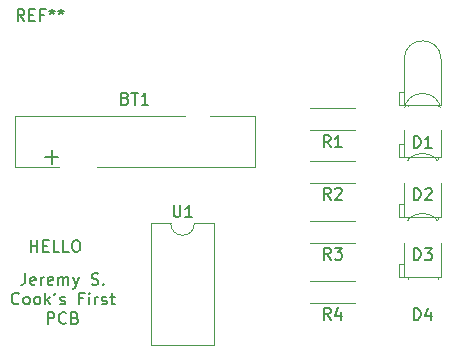
<source format=gto>
G04 #@! TF.GenerationSoftware,KiCad,Pcbnew,(5.1.2)-1*
G04 #@! TF.CreationDate,2019-05-12T20:46:33-04:00*
G04 #@! TF.ProjectId,Demo2,44656d6f-322e-46b6-9963-61645f706362,rev?*
G04 #@! TF.SameCoordinates,PX80fd3d8PY55fe290*
G04 #@! TF.FileFunction,Legend,Top*
G04 #@! TF.FilePolarity,Positive*
%FSLAX46Y46*%
G04 Gerber Fmt 4.6, Leading zero omitted, Abs format (unit mm)*
G04 Created by KiCad (PCBNEW (5.1.2)-1) date 2019-05-12 20:46:33*
%MOMM*%
%LPD*%
G04 APERTURE LIST*
%ADD10C,0.150000*%
%ADD11C,0.120000*%
%ADD12C,2.802000*%
%ADD13C,1.502000*%
%ADD14O,1.502000X1.502000*%
%ADD15R,2.802000X2.802000*%
%ADD16C,1.702000*%
%ADD17R,1.902000X1.902000*%
%ADD18C,1.902000*%
%ADD19R,1.702000X1.702000*%
%ADD20O,1.702000X1.702000*%
G04 APERTURE END LIST*
D10*
X1913333Y9182620D02*
X1913333Y8468334D01*
X1865714Y8325477D01*
X1770476Y8230239D01*
X1627619Y8182620D01*
X1532380Y8182620D01*
X2770476Y8230239D02*
X2675238Y8182620D01*
X2484761Y8182620D01*
X2389523Y8230239D01*
X2341904Y8325477D01*
X2341904Y8706429D01*
X2389523Y8801667D01*
X2484761Y8849286D01*
X2675238Y8849286D01*
X2770476Y8801667D01*
X2818095Y8706429D01*
X2818095Y8611191D01*
X2341904Y8515953D01*
X3246666Y8182620D02*
X3246666Y8849286D01*
X3246666Y8658810D02*
X3294285Y8754048D01*
X3341904Y8801667D01*
X3437142Y8849286D01*
X3532380Y8849286D01*
X4246666Y8230239D02*
X4151428Y8182620D01*
X3960952Y8182620D01*
X3865714Y8230239D01*
X3818095Y8325477D01*
X3818095Y8706429D01*
X3865714Y8801667D01*
X3960952Y8849286D01*
X4151428Y8849286D01*
X4246666Y8801667D01*
X4294285Y8706429D01*
X4294285Y8611191D01*
X3818095Y8515953D01*
X4722857Y8182620D02*
X4722857Y8849286D01*
X4722857Y8754048D02*
X4770476Y8801667D01*
X4865714Y8849286D01*
X5008571Y8849286D01*
X5103809Y8801667D01*
X5151428Y8706429D01*
X5151428Y8182620D01*
X5151428Y8706429D02*
X5199047Y8801667D01*
X5294285Y8849286D01*
X5437142Y8849286D01*
X5532380Y8801667D01*
X5580000Y8706429D01*
X5580000Y8182620D01*
X5960952Y8849286D02*
X6199047Y8182620D01*
X6437142Y8849286D02*
X6199047Y8182620D01*
X6103809Y7944524D01*
X6056190Y7896905D01*
X5960952Y7849286D01*
X7532380Y8230239D02*
X7675238Y8182620D01*
X7913333Y8182620D01*
X8008571Y8230239D01*
X8056190Y8277858D01*
X8103809Y8373096D01*
X8103809Y8468334D01*
X8056190Y8563572D01*
X8008571Y8611191D01*
X7913333Y8658810D01*
X7722857Y8706429D01*
X7627619Y8754048D01*
X7580000Y8801667D01*
X7532380Y8896905D01*
X7532380Y8992143D01*
X7580000Y9087381D01*
X7627619Y9135000D01*
X7722857Y9182620D01*
X7960952Y9182620D01*
X8103809Y9135000D01*
X8532380Y8277858D02*
X8580000Y8230239D01*
X8532380Y8182620D01*
X8484761Y8230239D01*
X8532380Y8277858D01*
X8532380Y8182620D01*
X1389523Y6627858D02*
X1341904Y6580239D01*
X1199047Y6532620D01*
X1103809Y6532620D01*
X960952Y6580239D01*
X865714Y6675477D01*
X818095Y6770715D01*
X770476Y6961191D01*
X770476Y7104048D01*
X818095Y7294524D01*
X865714Y7389762D01*
X960952Y7485000D01*
X1103809Y7532620D01*
X1199047Y7532620D01*
X1341904Y7485000D01*
X1389523Y7437381D01*
X1960952Y6532620D02*
X1865714Y6580239D01*
X1818095Y6627858D01*
X1770476Y6723096D01*
X1770476Y7008810D01*
X1818095Y7104048D01*
X1865714Y7151667D01*
X1960952Y7199286D01*
X2103809Y7199286D01*
X2199047Y7151667D01*
X2246666Y7104048D01*
X2294285Y7008810D01*
X2294285Y6723096D01*
X2246666Y6627858D01*
X2199047Y6580239D01*
X2103809Y6532620D01*
X1960952Y6532620D01*
X2865714Y6532620D02*
X2770476Y6580239D01*
X2722857Y6627858D01*
X2675238Y6723096D01*
X2675238Y7008810D01*
X2722857Y7104048D01*
X2770476Y7151667D01*
X2865714Y7199286D01*
X3008571Y7199286D01*
X3103809Y7151667D01*
X3151428Y7104048D01*
X3199047Y7008810D01*
X3199047Y6723096D01*
X3151428Y6627858D01*
X3103809Y6580239D01*
X3008571Y6532620D01*
X2865714Y6532620D01*
X3627619Y6532620D02*
X3627619Y7532620D01*
X3722857Y6913572D02*
X4008571Y6532620D01*
X4008571Y7199286D02*
X3627619Y6818334D01*
X4484761Y7532620D02*
X4389523Y7342143D01*
X4865714Y6580239D02*
X4960952Y6532620D01*
X5151428Y6532620D01*
X5246666Y6580239D01*
X5294285Y6675477D01*
X5294285Y6723096D01*
X5246666Y6818334D01*
X5151428Y6865953D01*
X5008571Y6865953D01*
X4913333Y6913572D01*
X4865714Y7008810D01*
X4865714Y7056429D01*
X4913333Y7151667D01*
X5008571Y7199286D01*
X5151428Y7199286D01*
X5246666Y7151667D01*
X6818095Y7056429D02*
X6484761Y7056429D01*
X6484761Y6532620D02*
X6484761Y7532620D01*
X6960952Y7532620D01*
X7341904Y6532620D02*
X7341904Y7199286D01*
X7341904Y7532620D02*
X7294285Y7485000D01*
X7341904Y7437381D01*
X7389523Y7485000D01*
X7341904Y7532620D01*
X7341904Y7437381D01*
X7818095Y6532620D02*
X7818095Y7199286D01*
X7818095Y7008810D02*
X7865714Y7104048D01*
X7913333Y7151667D01*
X8008571Y7199286D01*
X8103809Y7199286D01*
X8389523Y6580239D02*
X8484761Y6532620D01*
X8675238Y6532620D01*
X8770476Y6580239D01*
X8818095Y6675477D01*
X8818095Y6723096D01*
X8770476Y6818334D01*
X8675238Y6865953D01*
X8532380Y6865953D01*
X8437142Y6913572D01*
X8389523Y7008810D01*
X8389523Y7056429D01*
X8437142Y7151667D01*
X8532380Y7199286D01*
X8675238Y7199286D01*
X8770476Y7151667D01*
X9103809Y7199286D02*
X9484761Y7199286D01*
X9246666Y7532620D02*
X9246666Y6675477D01*
X9294285Y6580239D01*
X9389523Y6532620D01*
X9484761Y6532620D01*
X3818095Y4882620D02*
X3818095Y5882620D01*
X4199047Y5882620D01*
X4294285Y5835000D01*
X4341904Y5787381D01*
X4389523Y5692143D01*
X4389523Y5549286D01*
X4341904Y5454048D01*
X4294285Y5406429D01*
X4199047Y5358810D01*
X3818095Y5358810D01*
X5389523Y4977858D02*
X5341904Y4930239D01*
X5199047Y4882620D01*
X5103809Y4882620D01*
X4960952Y4930239D01*
X4865714Y5025477D01*
X4818095Y5120715D01*
X4770476Y5311191D01*
X4770476Y5454048D01*
X4818095Y5644524D01*
X4865714Y5739762D01*
X4960952Y5835000D01*
X5103809Y5882620D01*
X5199047Y5882620D01*
X5341904Y5835000D01*
X5389523Y5787381D01*
X6151428Y5406429D02*
X6294285Y5358810D01*
X6341904Y5311191D01*
X6389523Y5215953D01*
X6389523Y5073096D01*
X6341904Y4977858D01*
X6294285Y4930239D01*
X6199047Y4882620D01*
X5818095Y4882620D01*
X5818095Y5882620D01*
X6151428Y5882620D01*
X6246666Y5835000D01*
X6294285Y5787381D01*
X6341904Y5692143D01*
X6341904Y5596905D01*
X6294285Y5501667D01*
X6246666Y5454048D01*
X6151428Y5406429D01*
X5818095Y5406429D01*
X2373571Y10977620D02*
X2373571Y11977620D01*
X2373571Y11501429D02*
X2945000Y11501429D01*
X2945000Y10977620D02*
X2945000Y11977620D01*
X3421190Y11501429D02*
X3754523Y11501429D01*
X3897380Y10977620D02*
X3421190Y10977620D01*
X3421190Y11977620D01*
X3897380Y11977620D01*
X4802142Y10977620D02*
X4325952Y10977620D01*
X4325952Y11977620D01*
X5611666Y10977620D02*
X5135476Y10977620D01*
X5135476Y11977620D01*
X6135476Y11977620D02*
X6325952Y11977620D01*
X6421190Y11930000D01*
X6516428Y11834762D01*
X6564047Y11644286D01*
X6564047Y11310953D01*
X6516428Y11120477D01*
X6421190Y11025239D01*
X6325952Y10977620D01*
X6135476Y10977620D01*
X6040238Y11025239D01*
X5945000Y11120477D01*
X5897380Y11310953D01*
X5897380Y11644286D01*
X5945000Y11834762D01*
X6040238Y11930000D01*
X6135476Y11977620D01*
D11*
X29860000Y21305000D02*
X26020000Y21305000D01*
X29860000Y23145000D02*
X26020000Y23145000D01*
X1015000Y22475000D02*
X15460000Y22475000D01*
X17580000Y22475000D02*
X21335000Y22475000D01*
X21335000Y22475000D02*
X21335000Y18205000D01*
X1015000Y22475000D02*
X1015000Y18205000D01*
X1015000Y18205000D02*
X4740000Y18205000D01*
X7960000Y18205000D02*
X21335000Y18205000D01*
X34000000Y27295000D02*
G75*
G02X37120000Y27295000I1560000J0D01*
G01*
X37120000Y23435000D02*
X37120000Y27295000D01*
X34000000Y23435000D02*
X34000000Y27295000D01*
X37120000Y23435000D02*
X34000000Y23435000D01*
X33600000Y23435000D02*
X33600000Y24555000D01*
X33600000Y24555000D02*
X34000000Y24555000D01*
X34000000Y24555000D02*
X34000000Y23435000D01*
X34000000Y23435000D02*
X33600000Y23435000D01*
X36830000Y23305000D02*
X36830000Y23435000D01*
X36830000Y23435000D02*
X36830000Y23435000D01*
X36830000Y23435000D02*
X36830000Y23305000D01*
X36830000Y23305000D02*
X36830000Y23305000D01*
X34290000Y23305000D02*
X34290000Y23435000D01*
X34290000Y23435000D02*
X34290000Y23435000D01*
X34290000Y23435000D02*
X34290000Y23305000D01*
X34290000Y23305000D02*
X34290000Y23305000D01*
X34290000Y18860000D02*
X34290000Y18860000D01*
X34290000Y18990000D02*
X34290000Y18860000D01*
X34290000Y18990000D02*
X34290000Y18990000D01*
X34290000Y18860000D02*
X34290000Y18990000D01*
X36830000Y18860000D02*
X36830000Y18860000D01*
X36830000Y18990000D02*
X36830000Y18860000D01*
X36830000Y18990000D02*
X36830000Y18990000D01*
X36830000Y18860000D02*
X36830000Y18990000D01*
X34000000Y18990000D02*
X33600000Y18990000D01*
X34000000Y20110000D02*
X34000000Y18990000D01*
X33600000Y20110000D02*
X34000000Y20110000D01*
X33600000Y18990000D02*
X33600000Y20110000D01*
X37120000Y18990000D02*
X34000000Y18990000D01*
X34000000Y18990000D02*
X34000000Y22850000D01*
X37120000Y18990000D02*
X37120000Y22850000D01*
X34000000Y22850000D02*
G75*
G02X37120000Y22850000I1560000J0D01*
G01*
X34000000Y17770000D02*
G75*
G02X37120000Y17770000I1560000J0D01*
G01*
X37120000Y13910000D02*
X37120000Y17770000D01*
X34000000Y13910000D02*
X34000000Y17770000D01*
X37120000Y13910000D02*
X34000000Y13910000D01*
X33600000Y13910000D02*
X33600000Y15030000D01*
X33600000Y15030000D02*
X34000000Y15030000D01*
X34000000Y15030000D02*
X34000000Y13910000D01*
X34000000Y13910000D02*
X33600000Y13910000D01*
X36830000Y13780000D02*
X36830000Y13910000D01*
X36830000Y13910000D02*
X36830000Y13910000D01*
X36830000Y13910000D02*
X36830000Y13780000D01*
X36830000Y13780000D02*
X36830000Y13780000D01*
X34290000Y13780000D02*
X34290000Y13910000D01*
X34290000Y13910000D02*
X34290000Y13910000D01*
X34290000Y13910000D02*
X34290000Y13780000D01*
X34290000Y13780000D02*
X34290000Y13780000D01*
X34290000Y8700000D02*
X34290000Y8700000D01*
X34290000Y8830000D02*
X34290000Y8700000D01*
X34290000Y8830000D02*
X34290000Y8830000D01*
X34290000Y8700000D02*
X34290000Y8830000D01*
X36830000Y8700000D02*
X36830000Y8700000D01*
X36830000Y8830000D02*
X36830000Y8700000D01*
X36830000Y8830000D02*
X36830000Y8830000D01*
X36830000Y8700000D02*
X36830000Y8830000D01*
X34000000Y8830000D02*
X33600000Y8830000D01*
X34000000Y9950000D02*
X34000000Y8830000D01*
X33600000Y9950000D02*
X34000000Y9950000D01*
X33600000Y8830000D02*
X33600000Y9950000D01*
X37120000Y8830000D02*
X34000000Y8830000D01*
X34000000Y8830000D02*
X34000000Y12690000D01*
X37120000Y8830000D02*
X37120000Y12690000D01*
X34000000Y12690000D02*
G75*
G02X37120000Y12690000I1560000J0D01*
G01*
X29860000Y18700000D02*
X26020000Y18700000D01*
X29860000Y16860000D02*
X26020000Y16860000D01*
X29860000Y11780000D02*
X26020000Y11780000D01*
X29860000Y13620000D02*
X26020000Y13620000D01*
X29860000Y8540000D02*
X26020000Y8540000D01*
X29860000Y6700000D02*
X26020000Y6700000D01*
X16240000Y13395000D02*
G75*
G02X14240000Y13395000I-1000000J0D01*
G01*
X14240000Y13395000D02*
X12590000Y13395000D01*
X12590000Y13395000D02*
X12590000Y3115000D01*
X12590000Y3115000D02*
X17890000Y3115000D01*
X17890000Y3115000D02*
X17890000Y13395000D01*
X17890000Y13395000D02*
X16240000Y13395000D01*
D10*
X1841666Y30552620D02*
X1508333Y31028810D01*
X1270238Y30552620D02*
X1270238Y31552620D01*
X1651190Y31552620D01*
X1746428Y31505000D01*
X1794047Y31457381D01*
X1841666Y31362143D01*
X1841666Y31219286D01*
X1794047Y31124048D01*
X1746428Y31076429D01*
X1651190Y31028810D01*
X1270238Y31028810D01*
X2270238Y31076429D02*
X2603571Y31076429D01*
X2746428Y30552620D02*
X2270238Y30552620D01*
X2270238Y31552620D01*
X2746428Y31552620D01*
X3508333Y31076429D02*
X3175000Y31076429D01*
X3175000Y30552620D02*
X3175000Y31552620D01*
X3651190Y31552620D01*
X4175000Y31552620D02*
X4175000Y31314524D01*
X3936904Y31409762D02*
X4175000Y31314524D01*
X4413095Y31409762D01*
X4032142Y31124048D02*
X4175000Y31314524D01*
X4317857Y31124048D01*
X4936904Y31552620D02*
X4936904Y31314524D01*
X4698809Y31409762D02*
X4936904Y31314524D01*
X5175000Y31409762D01*
X4794047Y31124048D02*
X4936904Y31314524D01*
X5079761Y31124048D01*
X27773333Y19852620D02*
X27440000Y20328810D01*
X27201904Y19852620D02*
X27201904Y20852620D01*
X27582857Y20852620D01*
X27678095Y20805000D01*
X27725714Y20757381D01*
X27773333Y20662143D01*
X27773333Y20519286D01*
X27725714Y20424048D01*
X27678095Y20376429D01*
X27582857Y20328810D01*
X27201904Y20328810D01*
X28725714Y19852620D02*
X28154285Y19852620D01*
X28440000Y19852620D02*
X28440000Y20852620D01*
X28344761Y20709762D01*
X28249523Y20614524D01*
X28154285Y20566905D01*
X10389285Y23986429D02*
X10532142Y23938810D01*
X10579761Y23891191D01*
X10627380Y23795953D01*
X10627380Y23653096D01*
X10579761Y23557858D01*
X10532142Y23510239D01*
X10436904Y23462620D01*
X10055952Y23462620D01*
X10055952Y24462620D01*
X10389285Y24462620D01*
X10484523Y24415000D01*
X10532142Y24367381D01*
X10579761Y24272143D01*
X10579761Y24176905D01*
X10532142Y24081667D01*
X10484523Y24034048D01*
X10389285Y23986429D01*
X10055952Y23986429D01*
X10913095Y24462620D02*
X11484523Y24462620D01*
X11198809Y23462620D02*
X11198809Y24462620D01*
X12341666Y23462620D02*
X11770238Y23462620D01*
X12055952Y23462620D02*
X12055952Y24462620D01*
X11960714Y24319762D01*
X11865476Y24224524D01*
X11770238Y24176905D01*
X3578571Y19007858D02*
X4721428Y19007858D01*
X4150000Y18436429D02*
X4150000Y19579286D01*
X34821904Y19812620D02*
X34821904Y20812620D01*
X35060000Y20812620D01*
X35202857Y20765000D01*
X35298095Y20669762D01*
X35345714Y20574524D01*
X35393333Y20384048D01*
X35393333Y20241191D01*
X35345714Y20050715D01*
X35298095Y19955477D01*
X35202857Y19860239D01*
X35060000Y19812620D01*
X34821904Y19812620D01*
X36345714Y19812620D02*
X35774285Y19812620D01*
X36060000Y19812620D02*
X36060000Y20812620D01*
X35964761Y20669762D01*
X35869523Y20574524D01*
X35774285Y20526905D01*
X34821904Y15367620D02*
X34821904Y16367620D01*
X35060000Y16367620D01*
X35202857Y16320000D01*
X35298095Y16224762D01*
X35345714Y16129524D01*
X35393333Y15939048D01*
X35393333Y15796191D01*
X35345714Y15605715D01*
X35298095Y15510477D01*
X35202857Y15415239D01*
X35060000Y15367620D01*
X34821904Y15367620D01*
X35774285Y16272381D02*
X35821904Y16320000D01*
X35917142Y16367620D01*
X36155238Y16367620D01*
X36250476Y16320000D01*
X36298095Y16272381D01*
X36345714Y16177143D01*
X36345714Y16081905D01*
X36298095Y15939048D01*
X35726666Y15367620D01*
X36345714Y15367620D01*
X34821904Y10287620D02*
X34821904Y11287620D01*
X35060000Y11287620D01*
X35202857Y11240000D01*
X35298095Y11144762D01*
X35345714Y11049524D01*
X35393333Y10859048D01*
X35393333Y10716191D01*
X35345714Y10525715D01*
X35298095Y10430477D01*
X35202857Y10335239D01*
X35060000Y10287620D01*
X34821904Y10287620D01*
X35726666Y11287620D02*
X36345714Y11287620D01*
X36012380Y10906667D01*
X36155238Y10906667D01*
X36250476Y10859048D01*
X36298095Y10811429D01*
X36345714Y10716191D01*
X36345714Y10478096D01*
X36298095Y10382858D01*
X36250476Y10335239D01*
X36155238Y10287620D01*
X35869523Y10287620D01*
X35774285Y10335239D01*
X35726666Y10382858D01*
X34821904Y5207620D02*
X34821904Y6207620D01*
X35060000Y6207620D01*
X35202857Y6160000D01*
X35298095Y6064762D01*
X35345714Y5969524D01*
X35393333Y5779048D01*
X35393333Y5636191D01*
X35345714Y5445715D01*
X35298095Y5350477D01*
X35202857Y5255239D01*
X35060000Y5207620D01*
X34821904Y5207620D01*
X36250476Y5874286D02*
X36250476Y5207620D01*
X36012380Y6255239D02*
X35774285Y5540953D01*
X36393333Y5540953D01*
X27773333Y15407620D02*
X27440000Y15883810D01*
X27201904Y15407620D02*
X27201904Y16407620D01*
X27582857Y16407620D01*
X27678095Y16360000D01*
X27725714Y16312381D01*
X27773333Y16217143D01*
X27773333Y16074286D01*
X27725714Y15979048D01*
X27678095Y15931429D01*
X27582857Y15883810D01*
X27201904Y15883810D01*
X28154285Y16312381D02*
X28201904Y16360000D01*
X28297142Y16407620D01*
X28535238Y16407620D01*
X28630476Y16360000D01*
X28678095Y16312381D01*
X28725714Y16217143D01*
X28725714Y16121905D01*
X28678095Y15979048D01*
X28106666Y15407620D01*
X28725714Y15407620D01*
X27773333Y10327620D02*
X27440000Y10803810D01*
X27201904Y10327620D02*
X27201904Y11327620D01*
X27582857Y11327620D01*
X27678095Y11280000D01*
X27725714Y11232381D01*
X27773333Y11137143D01*
X27773333Y10994286D01*
X27725714Y10899048D01*
X27678095Y10851429D01*
X27582857Y10803810D01*
X27201904Y10803810D01*
X28106666Y11327620D02*
X28725714Y11327620D01*
X28392380Y10946667D01*
X28535238Y10946667D01*
X28630476Y10899048D01*
X28678095Y10851429D01*
X28725714Y10756191D01*
X28725714Y10518096D01*
X28678095Y10422858D01*
X28630476Y10375239D01*
X28535238Y10327620D01*
X28249523Y10327620D01*
X28154285Y10375239D01*
X28106666Y10422858D01*
X27773333Y5247620D02*
X27440000Y5723810D01*
X27201904Y5247620D02*
X27201904Y6247620D01*
X27582857Y6247620D01*
X27678095Y6200000D01*
X27725714Y6152381D01*
X27773333Y6057143D01*
X27773333Y5914286D01*
X27725714Y5819048D01*
X27678095Y5771429D01*
X27582857Y5723810D01*
X27201904Y5723810D01*
X28630476Y5914286D02*
X28630476Y5247620D01*
X28392380Y6295239D02*
X28154285Y5580953D01*
X28773333Y5580953D01*
X14478095Y14942620D02*
X14478095Y14133096D01*
X14525714Y14037858D01*
X14573333Y13990239D01*
X14668571Y13942620D01*
X14859047Y13942620D01*
X14954285Y13990239D01*
X15001904Y14037858D01*
X15049523Y14133096D01*
X15049523Y14942620D01*
X16049523Y13942620D02*
X15478095Y13942620D01*
X15763809Y13942620D02*
X15763809Y14942620D01*
X15668571Y14799762D01*
X15573333Y14704524D01*
X15478095Y14656905D01*
%LPC*%
D12*
X3175000Y27305000D03*
D13*
X30480000Y22225000D03*
D14*
X25400000Y22225000D03*
D15*
X6350000Y18415000D03*
D16*
X16520000Y22265000D03*
D17*
X36830000Y22225000D03*
D18*
X34290000Y22225000D03*
X34290000Y17780000D03*
D17*
X36830000Y17780000D03*
X36830000Y12700000D03*
D18*
X34290000Y12700000D03*
X34290000Y7620000D03*
D17*
X36830000Y7620000D03*
D14*
X25400000Y17780000D03*
D13*
X30480000Y17780000D03*
X30480000Y12700000D03*
D14*
X25400000Y12700000D03*
X25400000Y7620000D03*
D13*
X30480000Y7620000D03*
D19*
X11430000Y12065000D03*
D20*
X19050000Y4445000D03*
X11430000Y9525000D03*
X19050000Y6985000D03*
X11430000Y6985000D03*
X19050000Y9525000D03*
X11430000Y4445000D03*
X19050000Y12065000D03*
M02*

</source>
